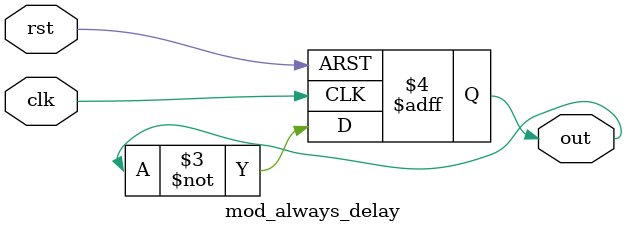
<source format=sv>
module mod_always_delay (
    input logic clk,
    input logic rst,
    output logic out
);
    always @(posedge clk or negedge rst) begin
    if (!rst) begin
        out <= 1'b0;
    end else begin
        #5 out <= ~out;
    end
    end
endmodule


</source>
